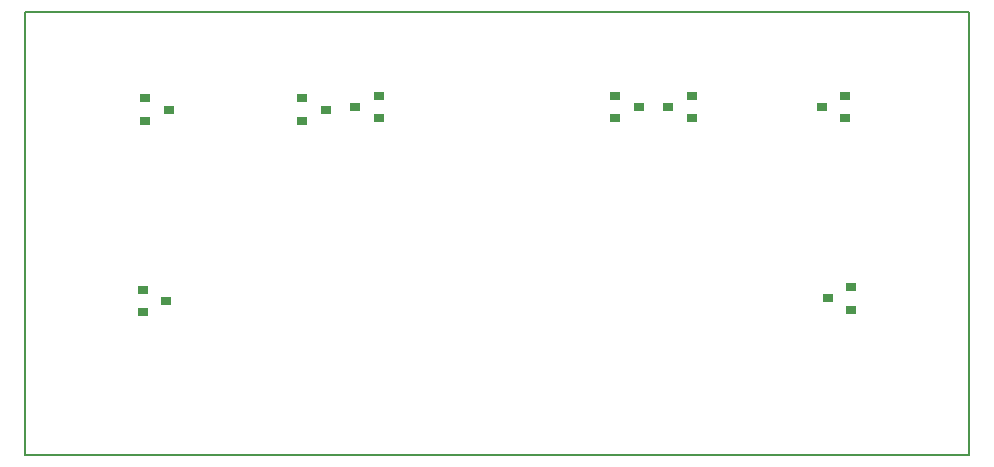
<source format=gbr>
G04 #@! TF.GenerationSoftware,KiCad,Pcbnew,(5.1.7-0-10_14)*
G04 #@! TF.CreationDate,2021-05-07T19:31:10+02:00*
G04 #@! TF.ProjectId,National Keyboard Mux Board,4e617469-6f6e-4616-9c20-4b6579626f61,rev?*
G04 #@! TF.SameCoordinates,Original*
G04 #@! TF.FileFunction,Paste,Top*
G04 #@! TF.FilePolarity,Positive*
%FSLAX46Y46*%
G04 Gerber Fmt 4.6, Leading zero omitted, Abs format (unit mm)*
G04 Created by KiCad (PCBNEW (5.1.7-0-10_14)) date 2021-05-07 19:31:10*
%MOMM*%
%LPD*%
G01*
G04 APERTURE LIST*
G04 #@! TA.AperFunction,Profile*
%ADD10C,0.150000*%
G04 #@! TD*
%ADD11R,0.900000X0.800000*%
G04 APERTURE END LIST*
D10*
X70000000Y-102250000D02*
X70000000Y-64750000D01*
X150000000Y-102250000D02*
X70000000Y-102250000D01*
X150000000Y-64750000D02*
X150000000Y-102250000D01*
X70000000Y-64750000D02*
X150000000Y-64750000D01*
D11*
X138000000Y-89000000D03*
X140000000Y-88050000D03*
X140000000Y-89950000D03*
X137500000Y-72800000D03*
X139500000Y-71850000D03*
X139500000Y-73750000D03*
X124500000Y-72800000D03*
X126500000Y-71850000D03*
X126500000Y-73750000D03*
X122000000Y-72800000D03*
X120000000Y-73750000D03*
X120000000Y-71850000D03*
X98000000Y-72800000D03*
X100000000Y-71850000D03*
X100000000Y-73750000D03*
X95500000Y-73000000D03*
X93500000Y-73950000D03*
X93500000Y-72050000D03*
X82200000Y-73000000D03*
X80200000Y-73950000D03*
X80200000Y-72050000D03*
X82000000Y-89200000D03*
X80000000Y-90150000D03*
X80000000Y-88250000D03*
M02*

</source>
